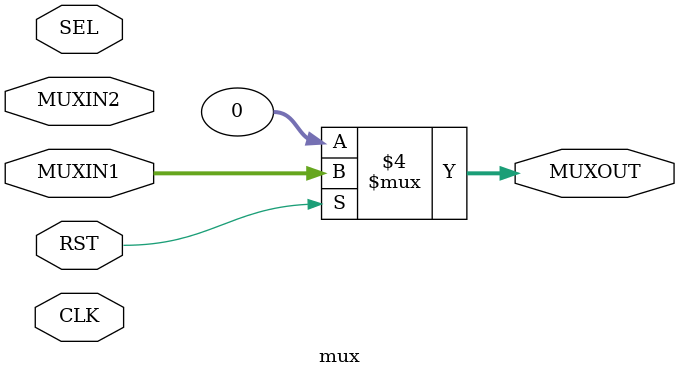
<source format=v>
module mux(MUXIN1, MUXIN2, MUXOUT, SEL, RST, CLK);
input CLK;
input RST;
input SEL;
input [31:0] MUXIN1;
input [31:0] MUXIN2;

output reg [31:0] MUXOUT;

always @(*) begin
    if(RST == 0) MUXOUT = 32'b0; 
    else
        MUXOUT = MUXIN1;
        
end

endmodule
</source>
